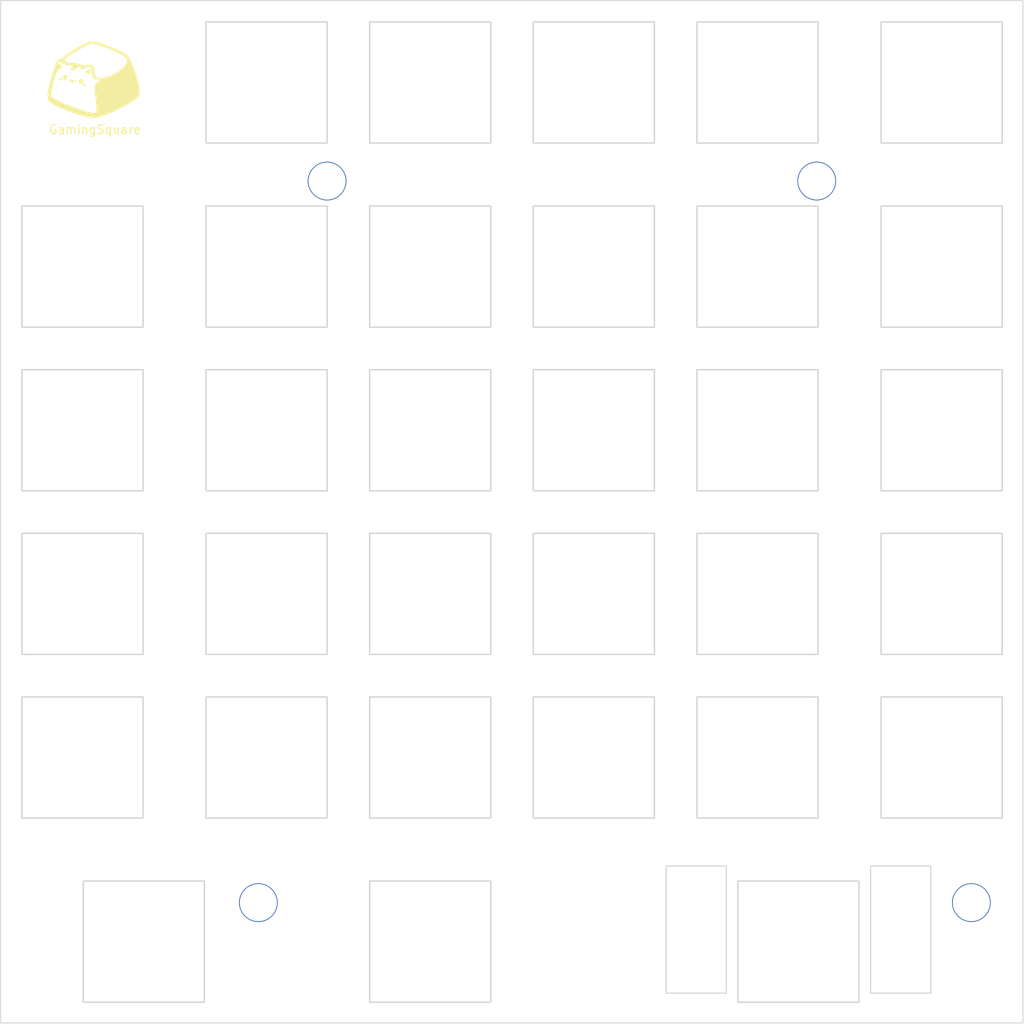
<source format=kicad_pcb>
(kicad_pcb (version 20221018) (generator pcbnew)
  (title_block (title "GamingSquare Plate") (date "2023-11-23") (rev "1.0") (company "@ymkn"))
  (layers (0 "F.Cu" signal) (31 "B.Cu" signal) (34 "B.Paste" user) (35 "F.Paste" user) (36 "B.SilkS" user "B.Silkscreen") (37 "F.SilkS" user "F.Silkscreen") (38 "B.Mask" user) (39 "F.Mask" user) (44 "Edge.Cuts" user))
  (net 0 "")
  (footprint "kbd_SW_Hole:SW_Hole_1u" (layer "F.Cu") (at 70.95625 109.05625)
    (fp_text reference "SW19" hide)
    (fp_text value "SW_Push" hide)
    (fp_line (start -7.05 -7.05) (end 7.05 -7.05) (stroke (width 0.15)) (layer "Edge.Cuts"))
    (fp_line (start -7.05 7.05) (end -7.05 -7.05) (stroke (width 0.15)) (layer "Edge.Cuts"))
    (fp_line (start 7.05 -7.05) (end 7.05 7.05) (stroke (width 0.15)) (layer "Edge.Cuts"))
    (fp_line (start 7.05 7.05) (end -7.05 7.05) (stroke (width 0.15)) (layer "Edge.Cuts"))
  )
  (footprint "kbd_SW_Hole:SW_Hole_1u" (layer "F.Cu") (at 70.95625 90.00625)
    (fp_text reference "SW13" hide)
    (fp_text value "SW_Push" hide)
    (fp_line (start -7.05 -7.05) (end 7.05 -7.05) (stroke (width 0.15)) (layer "Edge.Cuts"))
    (fp_line (start -7.05 7.05) (end -7.05 -7.05) (stroke (width 0.15)) (layer "Edge.Cuts"))
    (fp_line (start 7.05 -7.05) (end 7.05 7.05) (stroke (width 0.15)) (layer "Edge.Cuts"))
    (fp_line (start 7.05 7.05) (end -7.05 7.05) (stroke (width 0.15)) (layer "Edge.Cuts"))
  )
  (footprint "kbd_SW_Hole:SW_Hole_1u" (layer "F.Cu") (at 149.5375 90.00625)
    (fp_text reference "SW17" hide)
    (fp_text value "SW_Push" hide)
    (fp_line (start -7.05 -7.05) (end 7.05 -7.05) (stroke (width 0.15)) (layer "Edge.Cuts"))
    (fp_line (start -7.05 7.05) (end -7.05 -7.05) (stroke (width 0.15)) (layer "Edge.Cuts"))
    (fp_line (start 7.05 -7.05) (end 7.05 7.05) (stroke (width 0.15)) (layer "Edge.Cuts"))
    (fp_line (start 7.05 7.05) (end -7.05 7.05) (stroke (width 0.15)) (layer "Edge.Cuts"))
  )
  (footprint "kbd_Hole:m2_Spacer_Hole" (layer "F.Cu") (at 78 61)
    (fp_text reference "")
    (fp_text value "Val**")
    (pad "" np_thru_hole circle (at 0 0) (size 4.5 4.5) (drill 4.3) (layers "*.Cu" "*.Mask"))
  )
  (footprint "kbd_SW_Hole:SW_Hole_1u" (layer "F.Cu") (at 109.05625 70.95625)
    (fp_text reference "SW9" hide)
    (fp_text value "SW_Push" hide)
    (fp_line (start -7.05 -7.05) (end 7.05 -7.05) (stroke (width 0.15)) (layer "Edge.Cuts"))
    (fp_line (start -7.05 7.05) (end -7.05 -7.05) (stroke (width 0.15)) (layer "Edge.Cuts"))
    (fp_line (start 7.05 -7.05) (end 7.05 7.05) (stroke (width 0.15)) (layer "Edge.Cuts"))
    (fp_line (start 7.05 7.05) (end -7.05 7.05) (stroke (width 0.15)) (layer "Edge.Cuts"))
  )
  (footprint "kbd_SW_Hole:SW_Hole_1u" (layer "F.Cu") (at 49.525 90.00625)
    (fp_text reference "SW12" hide)
    (fp_text value "SW_Push" hide)
    (fp_line (start -7.05 -7.05) (end 7.05 -7.05) (stroke (width 0.15)) (layer "Edge.Cuts"))
    (fp_line (start -7.05 7.05) (end -7.05 -7.05) (stroke (width 0.15)) (layer "Edge.Cuts"))
    (fp_line (start 7.05 -7.05) (end 7.05 7.05) (stroke (width 0.15)) (layer "Edge.Cuts"))
    (fp_line (start 7.05 7.05) (end -7.05 7.05) (stroke (width 0.15)) (layer "Edge.Cuts"))
  )
  (footprint "kbd_SW_Hole:SW_Hole_1u" (layer "F.Cu") (at 49.525 128.10625)
    (fp_text reference "SW24" hide)
    (fp_text value "SW_Push" hide)
    (fp_line (start -7.05 -7.05) (end 7.05 -7.05) (stroke (width 0.15)) (layer "Edge.Cuts"))
    (fp_line (start -7.05 7.05) (end -7.05 -7.05) (stroke (width 0.15)) (layer "Edge.Cuts"))
    (fp_line (start 7.05 -7.05) (end 7.05 7.05) (stroke (width 0.15)) (layer "Edge.Cuts"))
    (fp_line (start 7.05 7.05) (end -7.05 7.05) (stroke (width 0.15)) (layer "Edge.Cuts"))
  )
  (footprint "kbd_SW_Hole:SW_Hole_1u" (layer "F.Cu") (at 109.05625 90.00625)
    (fp_text reference "SW15" hide)
    (fp_text value "SW_Push" hide)
    (fp_line (start -7.05 -7.05) (end 7.05 -7.05) (stroke (width 0.15)) (layer "Edge.Cuts"))
    (fp_line (start -7.05 7.05) (end -7.05 -7.05) (stroke (width 0.15)) (layer "Edge.Cuts"))
    (fp_line (start 7.05 -7.05) (end 7.05 7.05) (stroke (width 0.15)) (layer "Edge.Cuts"))
    (fp_line (start 7.05 7.05) (end -7.05 7.05) (stroke (width 0.15)) (layer "Edge.Cuts"))
  )
  (footprint "kbd_SW_Hole:SW_Hole_1u" (layer "F.Cu") (at 149.5375 109.05625)
    (fp_text reference "SW23" hide)
    (fp_text value "SW_Push" hide)
    (fp_line (start -7.05 -7.05) (end 7.05 -7.05) (stroke (width 0.15)) (layer "Edge.Cuts"))
    (fp_line (start -7.05 7.05) (end -7.05 -7.05) (stroke (width 0.15)) (layer "Edge.Cuts"))
    (fp_line (start 7.05 -7.05) (end 7.05 7.05) (stroke (width 0.15)) (layer "Edge.Cuts"))
    (fp_line (start 7.05 7.05) (end -7.05 7.05) (stroke (width 0.15)) (layer "Edge.Cuts"))
  )
  (footprint "kbd_SW_Hole:SW_Hole_1u" (layer "F.Cu") (at 149.5375 128.10625)
    (fp_text reference "SW29" hide)
    (fp_text value "SW_Push" hide)
    (fp_line (start -7.05 -7.05) (end 7.05 -7.05) (stroke (width 0.15)) (layer "Edge.Cuts"))
    (fp_line (start -7.05 7.05) (end -7.05 -7.05) (stroke (width 0.15)) (layer "Edge.Cuts"))
    (fp_line (start 7.05 -7.05) (end 7.05 7.05) (stroke (width 0.15)) (layer "Edge.Cuts"))
    (fp_line (start 7.05 7.05) (end -7.05 7.05) (stroke (width 0.15)) (layer "Edge.Cuts"))
  )
  (footprint "kbd_SW_Hole:SW_Hole_1u" (layer "F.Cu") (at 49.525 70.95625)
    (fp_text reference "SW6" hide)
    (fp_text value "SW_Push" hide)
    (fp_line (start -7.05 -7.05) (end 7.05 -7.05) (stroke (width 0.15)) (layer "Edge.Cuts"))
    (fp_line (start -7.05 7.05) (end -7.05 -7.05) (stroke (width 0.15)) (layer "Edge.Cuts"))
    (fp_line (start 7.05 -7.05) (end 7.05 7.05) (stroke (width 0.15)) (layer "Edge.Cuts"))
    (fp_line (start 7.05 7.05) (end -7.05 7.05) (stroke (width 0.15)) (layer "Edge.Cuts"))
  )
  (footprint "kbd_SW_Hole:SW_Hole_1u" (layer "F.Cu") (at 90.00625 128.10625)
    (fp_text reference "SW26" hide)
    (fp_text value "SW_Push" hide)
    (fp_line (start -7.05 -7.05) (end 7.05 -7.05) (stroke (width 0.15)) (layer "Edge.Cuts"))
    (fp_line (start -7.05 7.05) (end -7.05 -7.05) (stroke (width 0.15)) (layer "Edge.Cuts"))
    (fp_line (start 7.05 -7.05) (end 7.05 7.05) (stroke (width 0.15)) (layer "Edge.Cuts"))
    (fp_line (start 7.05 7.05) (end -7.05 7.05) (stroke (width 0.15)) (layer "Edge.Cuts"))
  )
  (footprint "kbd_SW_Hole:SW_Hole_1u" (layer "F.Cu") (at 90.00625 109.05625)
    (fp_text reference "SW20" hide)
    (fp_text value "SW_Push" hide)
    (fp_line (start -7.05 -7.05) (end 7.05 -7.05) (stroke (width 0.15)) (layer "Edge.Cuts"))
    (fp_line (start -7.05 7.05) (end -7.05 -7.05) (stroke (width 0.15)) (layer "Edge.Cuts"))
    (fp_line (start 7.05 -7.05) (end 7.05 7.05) (stroke (width 0.15)) (layer "Edge.Cuts"))
    (fp_line (start 7.05 7.05) (end -7.05 7.05) (stroke (width 0.15)) (layer "Edge.Cuts"))
  )
  (footprint "kbd_SW_Hole:SW_Hole_1u" (layer "F.Cu") (at 70.95625 49.525)
    (fp_text reference "SW1" hide)
    (fp_text value "SW_Push" hide)
    (fp_line (start -7.05 -7.05) (end 7.05 -7.05) (stroke (width 0.15)) (layer "Edge.Cuts"))
    (fp_line (start -7.05 7.05) (end -7.05 -7.05) (stroke (width 0.15)) (layer "Edge.Cuts"))
    (fp_line (start 7.05 -7.05) (end 7.05 7.05) (stroke (width 0.15)) (layer "Edge.Cuts"))
    (fp_line (start 7.05 7.05) (end -7.05 7.05) (stroke (width 0.15)) (layer "Edge.Cuts"))
  )
  (footprint "kbd_SW_Hole:SW_Hole_1u" (layer "F.Cu") (at 90.00625 90.00625)
    (fp_text reference "SW14" hide)
    (fp_text value "SW_Push" hide)
    (fp_line (start -7.05 -7.05) (end 7.05 -7.05) (stroke (width 0.15)) (layer "Edge.Cuts"))
    (fp_line (start -7.05 7.05) (end -7.05 -7.05) (stroke (width 0.15)) (layer "Edge.Cuts"))
    (fp_line (start 7.05 -7.05) (end 7.05 7.05) (stroke (width 0.15)) (layer "Edge.Cuts"))
    (fp_line (start 7.05 7.05) (end -7.05 7.05) (stroke (width 0.15)) (layer "Edge.Cuts"))
  )
  (footprint "kbd_SW_Hole:SW_Hole_1u" (layer "F.Cu") (at 128.10625 70.95625)
    (fp_text reference "SW10" hide)
    (fp_text value "SW_Push" hide)
    (fp_line (start -7.05 -7.05) (end 7.05 -7.05) (stroke (width 0.15)) (layer "Edge.Cuts"))
    (fp_line (start -7.05 7.05) (end -7.05 -7.05) (stroke (width 0.15)) (layer "Edge.Cuts"))
    (fp_line (start 7.05 -7.05) (end 7.05 7.05) (stroke (width 0.15)) (layer "Edge.Cuts"))
    (fp_line (start 7.05 7.05) (end -7.05 7.05) (stroke (width 0.15)) (layer "Edge.Cuts"))
  )
  (footprint "kbd_SW_Hole:SW_Hole_1u" (layer "F.Cu") (at 70.95625 128.10625)
    (fp_text reference "SW25" hide)
    (fp_text value "SW_Push" hide)
    (fp_line (start -7.05 -7.05) (end 7.05 -7.05) (stroke (width 0.15)) (layer "Edge.Cuts"))
    (fp_line (start -7.05 7.05) (end -7.05 -7.05) (stroke (width 0.15)) (layer "Edge.Cuts"))
    (fp_line (start 7.05 -7.05) (end 7.05 7.05) (stroke (width 0.15)) (layer "Edge.Cuts"))
    (fp_line (start 7.05 7.05) (end -7.05 7.05) (stroke (width 0.15)) (layer "Edge.Cuts"))
  )
  (footprint "kbd_SW_Hole:SW_Hole_1u" (layer "F.Cu") (at 128.10625 128.10625)
    (fp_text reference "SW28" hide)
    (fp_text value "SW_Push" hide)
    (fp_line (start -7.05 -7.05) (end 7.05 -7.05) (stroke (width 0.15)) (layer "Edge.Cuts"))
    (fp_line (start -7.05 7.05) (end -7.05 -7.05) (stroke (width 0.15)) (layer "Edge.Cuts"))
    (fp_line (start 7.05 -7.05) (end 7.05 7.05) (stroke (width 0.15)) (layer "Edge.Cuts"))
    (fp_line (start 7.05 7.05) (end -7.05 7.05) (stroke (width 0.15)) (layer "Edge.Cuts"))
  )
  (footprint "kbd_SW_Hole:SW_Hole_1.75u" (layer "F.Cu") (at 56.66875 149.5375)
    (fp_text reference "SW30" hide)
    (fp_text value "SW_Push" hide)
    (fp_line (start -7.05 -7.05) (end 7.05 -7.05) (stroke (width 0.15)) (layer "Edge.Cuts"))
    (fp_line (start -7.05 7.05) (end -7.05 -7.05) (stroke (width 0.15)) (layer "Edge.Cuts"))
    (fp_line (start 7.05 -7.05) (end 7.05 7.05) (stroke (width 0.15)) (layer "Edge.Cuts"))
    (fp_line (start 7.05 7.05) (end -7.05 7.05) (stroke (width 0.15)) (layer "Edge.Cuts"))
  )
  (footprint "kbd_SW_Hole:SW_Hole_1u" (layer "F.Cu") (at 90.00625 70.95625)
    (fp_text reference "SW8" hide)
    (fp_text value "SW_Push" hide)
    (fp_line (start -7.05 -7.05) (end 7.05 -7.05) (stroke (width 0.15)) (layer "Edge.Cuts"))
    (fp_line (start -7.05 7.05) (end -7.05 -7.05) (stroke (width 0.15)) (layer "Edge.Cuts"))
    (fp_line (start 7.05 -7.05) (end 7.05 7.05) (stroke (width 0.15)) (layer "Edge.Cuts"))
    (fp_line (start 7.05 7.05) (end -7.05 7.05) (stroke (width 0.15)) (layer "Edge.Cuts"))
  )
  (footprint "kbd_SW_Hole:SW_Hole_1u" (layer "F.Cu") (at 149.5375 49.525)
    (fp_text reference "SW5" hide)
    (fp_text value "SW_Push" hide)
    (fp_line (start -7.05 -7.05) (end 7.05 -7.05) (stroke (width 0.15)) (layer "Edge.Cuts"))
    (fp_line (start -7.05 7.05) (end -7.05 -7.05) (stroke (width 0.15)) (layer "Edge.Cuts"))
    (fp_line (start 7.05 -7.05) (end 7.05 7.05) (stroke (width 0.15)) (layer "Edge.Cuts"))
    (fp_line (start 7.05 7.05) (end -7.05 7.05) (stroke (width 0.15)) (layer "Edge.Cuts"))
  )
  (footprint "kbd_SW_Hole:SW_Hole_1u" (layer "F.Cu") (at 109.05625 49.525)
    (fp_text reference "SW3" hide)
    (fp_text value "SW_Push" hide)
    (fp_line (start -7.05 -7.05) (end 7.05 -7.05) (stroke (width 0.15)) (layer "Edge.Cuts"))
    (fp_line (start -7.05 7.05) (end -7.05 -7.05) (stroke (width 0.15)) (layer "Edge.Cuts"))
    (fp_line (start 7.05 -7.05) (end 7.05 7.05) (stroke (width 0.15)) (layer "Edge.Cuts"))
    (fp_line (start 7.05 7.05) (end -7.05 7.05) (stroke (width 0.15)) (layer "Edge.Cuts"))
  )
  (footprint "kbd_SW_Hole:SW_Hole_1u" (layer "F.Cu") (at 90.00625 49.525)
    (fp_text reference "SW2" hide)
    (fp_text value "SW_Push" hide)
    (fp_line (start -7.05 -7.05) (end 7.05 -7.05) (stroke (width 0.15)) (layer "Edge.Cuts"))
    (fp_line (start -7.05 7.05) (end -7.05 -7.05) (stroke (width 0.15)) (layer "Edge.Cuts"))
    (fp_line (start 7.05 -7.05) (end 7.05 7.05) (stroke (width 0.15)) (layer "Edge.Cuts"))
    (fp_line (start 7.05 7.05) (end -7.05 7.05) (stroke (width 0.15)) (layer "Edge.Cuts"))
  )
  (footprint "kbd_SW_Hole:SW_Hole_1u" (layer "F.Cu") (at 49.525 109.05625)
    (fp_text reference "SW18" hide)
    (fp_text value "SW_Push" hide)
    (fp_line (start -7.05 -7.05) (end 7.05 -7.05) (stroke (width 0.15)) (layer "Edge.Cuts"))
    (fp_line (start -7.05 7.05) (end -7.05 -7.05) (stroke (width 0.15)) (layer "Edge.Cuts"))
    (fp_line (start 7.05 -7.05) (end 7.05 7.05) (stroke (width 0.15)) (layer "Edge.Cuts"))
    (fp_line (start 7.05 7.05) (end -7.05 7.05) (stroke (width 0.15)) (layer "Edge.Cuts"))
  )
  (footprint "kbd_SW_Hole:SW_Hole_1u" (layer "F.Cu") (at 149.5375 70.95625)
    (fp_text reference "SW11" hide)
    (fp_text value "SW_Push" hide)
    (fp_line (start -7.05 -7.05) (end 7.05 -7.05) (stroke (width 0.15)) (layer "Edge.Cuts"))
    (fp_line (start -7.05 7.05) (end -7.05 -7.05) (stroke (width 0.15)) (layer "Edge.Cuts"))
    (fp_line (start 7.05 -7.05) (end 7.05 7.05) (stroke (width 0.15)) (layer "Edge.Cuts"))
    (fp_line (start 7.05 7.05) (end -7.05 7.05) (stroke (width 0.15)) (layer "Edge.Cuts"))
  )
  (footprint "kbd_SW_Hole:SW_Hole_1u" (layer "F.Cu") (at 109.05625 128.10625)
    (fp_text reference "SW27" hide)
    (fp_text value "SW_Push" hide)
    (fp_line (start -7.05 -7.05) (end 7.05 -7.05) (stroke (width 0.15)) (layer "Edge.Cuts"))
    (fp_line (start -7.05 7.05) (end -7.05 -7.05) (stroke (width 0.15)) (layer "Edge.Cuts"))
    (fp_line (start 7.05 -7.05) (end 7.05 7.05) (stroke (width 0.15)) (layer "Edge.Cuts"))
    (fp_line (start 7.05 7.05) (end -7.05 7.05) (stroke (width 0.15)) (layer "Edge.Cuts"))
  )
  (footprint "kbd_SW_Hole:SW_Hole_2.75u" (layer "F.Cu") (at 132.86875 149.5375 180)
    (fp_text reference "SWe" hide)
    (fp_text value "SW_Push" hide)
    (fp_line (start -15.4 -6) (end -8.4 -6) (stroke (width 0.12)) (layer "Edge.Cuts"))
    (fp_line (start -15.4 8.8) (end -15.4 -6) (stroke (width 0.12)) (layer "Edge.Cuts"))
    (fp_line (start -8.4 -6) (end -8.4 8.8) (stroke (width 0.12)) (layer "Edge.Cuts"))
    (fp_line (start -8.4 8.8) (end -15.4 8.8) (stroke (width 0.12)) (layer "Edge.Cuts"))
    (fp_line (start -7.05 -7.05) (end 7.05 -7.05) (stroke (width 0.15)) (layer "Edge.Cuts"))
    (fp_line (start -7.05 7.05) (end -7.05 -7.05) (stroke (width 0.15)) (layer "Edge.Cuts"))
    (fp_line (start 7.05 -7.05) (end 7.05 7.05) (stroke (width 0.15)) (layer "Edge.Cuts"))
    (fp_line (start 7.05 7.05) (end -7.05 7.05) (stroke (width 0.15)) (layer "Edge.Cuts"))
    (fp_line (start 8.4 -6) (end 8.4 8.8) (stroke (width 0.12)) (layer "Edge.Cuts"))
    (fp_line (start 8.4 8.8) (end 15.4 8.8) (stroke (width 0.12)) (layer "Edge.Cuts"))
    (fp_line (start 15.4 -6) (end 8.4 -6) (stroke (width 0.12)) (layer "Edge.Cuts"))
    (fp_line (start 15.4 8.8) (end 15.4 -6) (stroke (width 0.12)) (layer "Edge.Cuts"))
  )
  (footprint "kbd_SW_Hole:SW_Hole_1u" (layer "F.Cu") (at 128.10625 49.525)
    (fp_text reference "SW4" hide)
    (fp_text value "SW_Push" hide)
    (fp_line (start -7.05 -7.05) (end 7.05 -7.05) (stroke (width 0.15)) (layer "Edge.Cuts"))
    (fp_line (start -7.05 7.05) (end -7.05 -7.05) (stroke (width 0.15)) (layer "Edge.Cuts"))
    (fp_line (start 7.05 -7.05) (end 7.05 7.05) (stroke (width 0.15)) (layer "Edge.Cuts"))
    (fp_line (start 7.05 7.05) (end -7.05 7.05) (stroke (width 0.15)) (layer "Edge.Cuts"))
  )
  (footprint "kbd_SW_Hole:SW_Hole_1u" (layer "F.Cu") (at 128.10625 90.00625)
    (fp_text reference "SW16" hide)
    (fp_text value "SW_Push" hide)
    (fp_line (start -7.05 -7.05) (end 7.05 -7.05) (stroke (width 0.15)) (layer "Edge.Cuts"))
    (fp_line (start -7.05 7.05) (end -7.05 -7.05) (stroke (width 0.15)) (layer "Edge.Cuts"))
    (fp_line (start 7.05 -7.05) (end 7.05 7.05) (stroke (width 0.15)) (layer "Edge.Cuts"))
    (fp_line (start 7.05 7.05) (end -7.05 7.05) (stroke (width 0.15)) (layer "Edge.Cuts"))
  )
  (footprint "kbd_SW_Hole:SW_Hole_1u" (layer "F.Cu") (at 128.10625 109.05625)
    (fp_text reference "SW22" hide)
    (fp_text value "SW_Push" hide)
    (fp_line (start -7.05 -7.05) (end 7.05 -7.05) (stroke (width 0.15)) (layer "Edge.Cuts"))
    (fp_line (start -7.05 7.05) (end -7.05 -7.05) (stroke (width 0.15)) (layer "Edge.Cuts"))
    (fp_line (start 7.05 -7.05) (end 7.05 7.05) (stroke (width 0.15)) (layer "Edge.Cuts"))
    (fp_line (start 7.05 7.05) (end -7.05 7.05) (stroke (width 0.15)) (layer "Edge.Cuts"))
  )
  (footprint "logo:logo" (layer "F.Cu") (at 50.634042 49.101416)
    (fp_text reference "" (at 0 0) (layer "F.SilkS") (effects (font (size 1.5 1.5) (thickness 0.3))))
    (fp_text value "LOGO" hide)
    (fp_poly (pts (xy -3.536182 0.003964) (xy -3.471334 0.093725) (xy -3.53771 0.15528) (xy -3.6804 0.165001) (xy -3.814747 0.123608) (xy -3.848718 0.090517) (xy -3.840027 -0.018882) (xy -3.819022 -0.036758) (xy -3.682432 -0.052199)) (fill solid) (layer "F.SilkS"))
    (fp_poly (pts (xy -1.100435 0.058245) (xy -0.975668 0.211658) (xy -0.972378 0.41927) (xy -1.082416 0.54702) (xy -1.257485 0.594212) (xy -1.422651 0.553435) (xy -1.491485 0.470612) (xy -1.516923 0.244213) (xy -1.427394 0.073921) (xy -1.30406 0.017081)) (fill solid) (layer "F.SilkS"))
    (fp_poly (pts (xy -0.79523 0.618323) (xy -0.766055 0.632494) (xy -0.68155 0.740173) (xy -0.677334 0.766997) (xy -0.743317 0.832082) (xy -0.885931 0.841894) (xy -1.022178 0.797649) (xy -1.058703 0.761402) (xy -1.045101 0.6712) (xy -0.933498 0.613033)) (fill solid) (layer "F.SilkS"))
    (fp_poly (pts (xy -3.005667 -0.453951) (xy -2.904421 -0.337741) (xy -2.885069 -0.149242) (xy -2.951405 0.033589) (xy -2.980267 0.067733) (xy -3.100166 0.157177) (xy -3.220508 0.135285) (xy -3.338528 0.057049) (xy -3.44564 -0.098957) (xy -3.427069 -0.271586) (xy -3.313817 -0.413247) (xy -3.136886 -0.476345)) (fill solid) (layer "F.SilkS"))
    (fp_poly (pts (xy -0.209431 -1.142462) (xy -0.163179 -1.090707) (xy -0.130184 -0.922877) (xy -0.15515 -0.700379) (xy -0.224605 -0.522077) (xy -0.243765 -0.499324) (xy -0.344955 -0.501903) (xy -0.518334 -0.577847) (xy -0.529016 -0.583991) (xy -0.713287 -0.722341) (xy -0.738819 -0.847193) (xy -0.603973 -0.983472) (xy -0.498322 -1.050583) (xy -0.311936 -1.144961)) (fill solid) (layer "F.SilkS"))
    (fp_poly (pts (xy -2.481614 0.058744) (xy -2.38517 0.123122) (xy -2.322864 0.113185) (xy -2.217767 0.124839) (xy -2.201334 0.170642) (xy -2.172613 0.231622) (xy -2.081872 0.175589) (xy -1.955481 0.130667) (xy -1.899655 0.206708) (xy -1.935489 0.319502) (xy -2.061292 0.385971) (xy -2.270659 0.397532) (xy -2.488789 0.359238) (xy -2.640885 0.276142) (xy -2.644855 0.271578) (xy -2.685748 0.141148) (xy -2.627429 0.059912) (xy -2.527436 0.000978)) (fill solid) (layer "F.SilkS"))
    (fp_poly (pts (xy 0.516495 -4.30304) (xy 1.00023 -4.163943) (xy 1.030616 -4.154209) (xy 1.575874 -3.966017) (xy 2.152961 -3.744767) (xy 2.720422 -3.508216) (xy 3.2368 -3.274122) (xy 3.660639 -3.060243) (xy 3.872498 -2.936904) (xy 4.180159 -2.675906) (xy 4.432991 -2.304211) (xy 4.475735 -2.222071) (xy 4.629863 -1.880389) (xy 4.799478 -1.446874) (xy 4.973445 -0.956991) (xy 5.140631 -0.446206) (xy 5.289901 0.050014) (xy 5.410122 0.496206) (xy 5.49016 0.856903) (xy 5.518882 1.096639) (xy 5.518848 1.100667) (xy 5.514276 1.4076) (xy 5.509233 1.694128) (xy 5.508075 1.751273) (xy 5.485862 1.927669) (xy 5.411375 2.083388) (xy 5.260401 2.244631) (xy 5.008732 2.437597) (xy 4.656666 2.672648) (xy 4.12346 2.996823) (xy 3.534695 3.319223) (xy 2.917546 3.628149) (xy 2.299191 3.911903) (xy 1.706808 4.158786) (xy 1.167573 4.357099) (xy 0.708663 4.495144) (xy 0.357255 4.561221) (xy 0.260337 4.565097) (xy 0.019209 4.543362) (xy -0.311288 4.493455) (xy -0.627794 4.432686) (xy -1.1833 4.294884) (xy -1.793109 4.111757) (xy -2.427266 3.895351) (xy -3.055812 3.657712) (xy -3.64879 3.410885) (xy -4.176244 3.166915) (xy -4.608216 2.937848) (xy -4.914749 2.735729) (xy -4.974954 2.684749) (xy -5.110681 2.494905) (xy -5.11843 2.358367) (xy -5.116685 2.161202) (xy -5.155151 2.049782) (xy -5.173085 1.937888) (xy -4.785253 1.937888) (xy -4.778896 1.971569) (xy -4.660009 2.103307) (xy -4.403452 2.273841) (xy -4.033787 2.473442) (xy -3.575578 2.692383) (xy -3.053387 2.920938) (xy -2.491775 3.149377) (xy -1.915306 3.367975) (xy -1.348543 3.567002) (xy -0.816047 3.736733) (xy -0.342381 3.867439) (xy 0.047892 3.949393) (xy 0.275166 3.973129) (xy 0.406109 3.967924) (xy 0.4755 3.916546) (xy 0.502748 3.778795) (xy 0.507261 3.514474) (xy 0.507231 3.4925) (xy 0.496667 3.214487) (xy 0.468511 2.821698) (xy 0.427103 2.367265) (xy 0.378985 1.92293) (xy 0.325222 1.43793) (xy 0.300758 1.087196) (xy 0.311865 0.837232) (xy 0.364818 0.654543) (xy 0.46589 0.505635) (xy 0.621353 0.357011) (xy 0.68192 0.305465) (xy 0.944325 0.084667) (xy 0.626996 0.084667) (xy 0.311117 0.038639) (xy 0.112526 -0.111493) (xy 0.015269 -0.383802) (xy -0.001157 -0.626956) (xy -0.01496 -1.033676) (xy -0.065652 -1.288623) (xy -0.171083 -1.408285) (xy -0.3491 -1.409146) (xy -0.617553 -1.307695) (xy -0.697327 -1.27) (xy -1.002345 -1.140492) (xy -1.186205 -1.109414) (xy -1.264585 -1.175454) (xy -1.27 -1.221961) (xy -1.34092 -1.33995) (xy -1.454179 -1.401712) (xy -1.608305 -1.407873) (xy -1.76228 -1.300846) (xy -1.856346 -1.194988) (xy -2.053386 -1.013071) (xy -2.237564 -0.931103) (xy -2.376676 -0.941372) (xy -2.438516 -1.036167) (xy -2.390877 -1.207777) (xy -2.325641 -1.307349) (xy -2.217187 -1.487051) (xy -2.244638 -1.575436) (xy -2.416905 -1.584338) (xy -2.522785 -1.569242) (xy -2.741596 -1.554617) (xy -2.961305 -1.601563) (xy -3.242458 -1.725407) (xy -3.34143 -1.776473) (xy -3.626351 -1.915794) (xy -3.79991 -1.97027) (xy -3.892268 -1.948034) (xy -3.907683 -1.929173) (xy -3.973288 -1.781726) (xy -3.947866 -1.71916) (xy -3.888399 -1.73954) (xy -3.780833 -1.72188) (xy -3.621559 -1.623738) (xy -3.470951 -1.491562) (xy -3.389383 -1.371803) (xy -3.386667 -1.35353) (xy -3.455935 -1.286633) (xy -3.630701 -1.183453) (xy -3.726763 -1.135455) (xy -3.899625 -1.042617) (xy -4.020029 -0.934553) (xy -4.115694 -0.769623) (xy -4.214342 -0.506185) (xy -4.279721 -0.304822) (xy -4.41194 0.137504) (xy -4.534788 0.597169) (xy -4.640904 1.040608) (xy -4.722927 1.434252) (xy -4.773497 1.744534) (xy -4.785253 1.937888) (xy -5.173085 1.937888) (xy -5.186965 1.851283) (xy -5.152821 1.504008) (xy -5.054069 1.014561) (xy -4.892058 0.389547) (xy -4.668138 -0.364429) (xy -4.64972 -0.423333) (xy -4.514264 -0.855326) (xy -4.38736 -1.260268) (xy -4.282809 -1.594102) (xy -4.214415 -1.812771) (xy -4.212054 -1.820333) (xy -4.098129 -2.073825) (xy -3.930772 -2.212853) (xy -3.852334 -2.244146) (xy -3.839138 -2.250753) (xy -3.217334 -2.250753) (xy -3.149304 -2.078138) (xy -2.939487 -1.953983) (xy -2.579293 -1.874704) (xy -2.243667 -1.844575) (xy -1.789544 -1.797321) (xy -1.428025 -1.716092) (xy -1.276176 -1.65537) (xy -1.084841 -1.570626) (xy -0.909866 -1.546672) (xy -0.679224 -1.579441) (xy -0.531075 -1.613287) (xy -0.263499 -1.671146) (xy -0.102068 -1.677948) (xy 0.010225 -1.627978) (xy 0.095888 -1.550408) (xy 0.22026 -1.347792) (xy 0.296478 -1.022608) (xy 0.314986 -0.859186) (xy 0.358039 -0.524223) (xy 0.431147 -0.320617) (xy 0.562666 -0.210399) (xy 0.780948 -0.1556) (xy 0.847006 -0.14677) (xy 1.208427 -0.133886) (xy 1.586962 -0.193439) (xy 2.04177 -0.335286) (xy 2.094275 -0.354582) (xy 2.587365 -0.578785) (xy 3.063344 -0.868984) (xy 3.487803 -1.197836) (xy 3.826332 -1.538) (xy 4.044522 -1.862131) (xy 4.072042 -1.926153) (xy 4.099302 -2.12705) (xy 4.020997 -2.328962) (xy 3.82788 -2.537985) (xy 3.510707 -2.760216) (xy 3.06023 -3.001754) (xy 2.467204 -3.268695) (xy 1.722384 -3.567138) (xy 1.397 -3.690309) (xy 0.891518 -3.874527) (xy 0.512316 -3.999) (xy 0.22972 -4.069954) (xy 0.014055 -4.093618) (xy -0.16435 -4.07622) (xy -0.283026 -4.042921) (xy -0.469244 -3.960592) (xy -0.750502 -3.813299) (xy -1.10009 -3.617356) (xy -1.491299 -3.389075) (xy -1.897419 -3.144769) (xy -2.291741 -2.900752) (xy -2.647555 -2.673337) (xy -2.938152 -2.478837) (xy -3.136822 -2.333565) (xy -3.216856 -2.253835) (xy -3.217334 -2.250753) (xy -3.839138 -2.250753) (xy -3.614293 -2.363327) (xy -3.378497 -2.538127) (xy -3.36262 -2.552858) (xy -3.189809 -2.689677) (xy -2.902211 -2.888384) (xy -2.532918 -3.128374) (xy -2.115021 -3.389041) (xy -1.681614 -3.649778) (xy -1.265788 -3.889982) (xy -0.900636 -4.089045) (xy -0.869935 -4.104989) (xy -0.51023 -4.270138) (xy -0.191048 -4.357373) (xy 0.135298 -4.367929)) (fill solid) (layer "F.SilkS"))
  )
  (footprint "kbd_Hole:m2_Spacer_Hole" (layer "F.Cu") (at 70 145)
    (fp_text reference "")
    (fp_text value "Val**")
    (pad "" np_thru_hole circle (at 0 0) (size 4.5 4.5) (drill 4.3) (layers "*.Cu" "*.Mask"))
  )
  (footprint "kbd_Hole:m2_Spacer_Hole" (layer "F.Cu") (at 153 145)
    (fp_text reference "")
    (fp_text value "Val**")
    (pad "" np_thru_hole circle (at 0 0) (size 4.5 4.5) (drill 4.3) (layers "*.Cu" "*.Mask"))
  )
  (footprint "kbd_SW_Hole:SW_Hole_1u" (layer "F.Cu") (at 90.00625 149.5375)
    (fp_text reference "SW31" hide)
    (fp_text value "SW_Push" hide)
    (fp_line (start -7.05 -7.05) (end 7.05 -7.05) (stroke (width 0.15)) (layer "Edge.Cuts"))
    (fp_line (start -7.05 7.05) (end -7.05 -7.05) (stroke (width 0.15)) (layer "Edge.Cuts"))
    (fp_line (start 7.05 -7.05) (end 7.05 7.05) (stroke (width 0.15)) (layer "Edge.Cuts"))
    (fp_line (start 7.05 7.05) (end -7.05 7.05) (stroke (width 0.15)) (layer "Edge.Cuts"))
  )
  (footprint "kbd_SW_Hole:SW_Hole_1u" (layer "F.Cu") (at 70.95625 70.95625)
    (fp_text reference "SW7" hide)
    (fp_text value "SW_Push" hide)
    (fp_line (start -7.05 -7.05) (end 7.05 -7.05) (stroke (width 0.15)) (layer "Edge.Cuts"))
    (fp_line (start -7.05 7.05) (end -7.05 -7.05) (stroke (width 0.15)) (layer "Edge.Cuts"))
    (fp_line (start 7.05 -7.05) (end 7.05 7.05) (stroke (width 0.15)) (layer "Edge.Cuts"))
    (fp_line (start 7.05 7.05) (end -7.05 7.05) (stroke (width 0.15)) (layer "Edge.Cuts"))
  )
  (footprint "kbd_Hole:m2_Spacer_Hole" (layer "F.Cu") (at 135 61)
    (fp_text reference "")
    (fp_text value "Val**")
    (pad "" np_thru_hole circle (at 0 0) (size 4.5 4.5) (drill 4.3) (layers "*.Cu" "*.Mask"))
  )
  (footprint "kbd_SW_Hole:SW_Hole_1u" (layer "F.Cu") (at 109.05625 109.05625)
    (fp_text reference "SW21" hide)
    (fp_text value "SW_Push" hide)
    (fp_line (start -7.05 -7.05) (end 7.05 -7.05) (stroke (width 0.15)) (layer "Edge.Cuts"))
    (fp_line (start -7.05 7.05) (end -7.05 -7.05) (stroke (width 0.15)) (layer "Edge.Cuts"))
    (fp_line (start 7.05 -7.05) (end 7.05 7.05) (stroke (width 0.15)) (layer "Edge.Cuts"))
    (fp_line (start 7.05 7.05) (end -7.05 7.05) (stroke (width 0.15)) (layer "Edge.Cuts"))
  )
  (gr_rect (start 40 40) (end 159 159) (stroke (width 0.1)) (fill none) (layer "Edge.Cuts"))
  (gr_text "GamingSquare" (at 45.534042 55.601416) (layer "F.SilkS") (effects (font (size 1 1)) (justify left bottom)))
)
</source>
